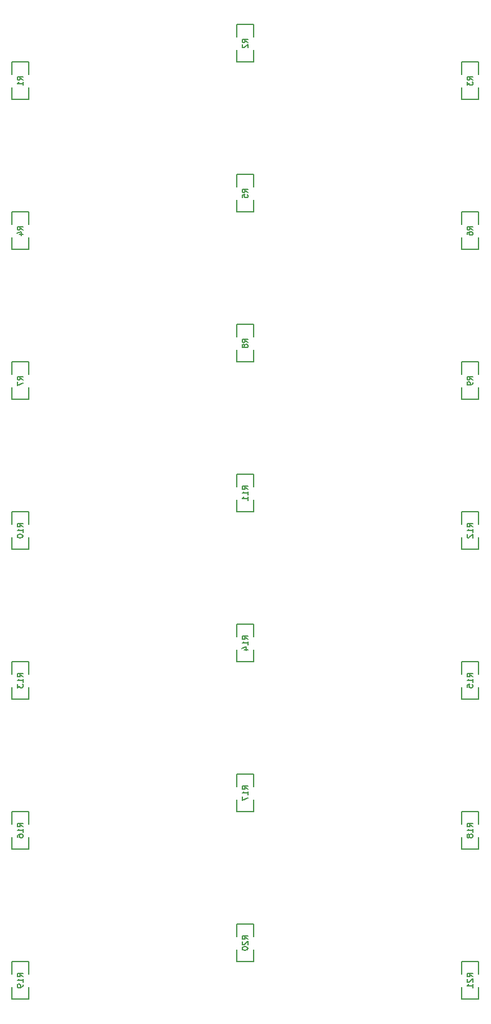
<source format=gbo>
G04 (created by PCBNEW (2013-june-11)-stable) date Thu 26 Dec 2013 21:04:28 CET*
%MOIN*%
G04 Gerber Fmt 3.4, Leading zero omitted, Abs format*
%FSLAX34Y34*%
G01*
G70*
G90*
G04 APERTURE LIST*
%ADD10C,0.006*%
%ADD11C,0.005*%
G04 APERTURE END LIST*
G54D10*
G54D11*
X31050Y-58000D02*
X31950Y-58000D01*
X31950Y-58000D02*
X31950Y-58650D01*
X31050Y-59350D02*
X31050Y-60000D01*
X31050Y-60000D02*
X31950Y-60000D01*
X31950Y-60000D02*
X31950Y-59350D01*
X31050Y-58650D02*
X31050Y-58000D01*
X43950Y-42000D02*
X43050Y-42000D01*
X43050Y-42000D02*
X43050Y-41350D01*
X43950Y-40650D02*
X43950Y-40000D01*
X43950Y-40000D02*
X43050Y-40000D01*
X43050Y-40000D02*
X43050Y-40650D01*
X43950Y-41350D02*
X43950Y-42000D01*
X31050Y-50000D02*
X31950Y-50000D01*
X31950Y-50000D02*
X31950Y-50650D01*
X31050Y-51350D02*
X31050Y-52000D01*
X31050Y-52000D02*
X31950Y-52000D01*
X31950Y-52000D02*
X31950Y-51350D01*
X31050Y-50650D02*
X31050Y-50000D01*
X43950Y-50000D02*
X43050Y-50000D01*
X43050Y-50000D02*
X43050Y-49350D01*
X43950Y-48650D02*
X43950Y-48000D01*
X43950Y-48000D02*
X43050Y-48000D01*
X43050Y-48000D02*
X43050Y-48650D01*
X43950Y-49350D02*
X43950Y-50000D01*
X55050Y-50000D02*
X55950Y-50000D01*
X55950Y-50000D02*
X55950Y-50650D01*
X55050Y-51350D02*
X55050Y-52000D01*
X55050Y-52000D02*
X55950Y-52000D01*
X55950Y-52000D02*
X55950Y-51350D01*
X55050Y-50650D02*
X55050Y-50000D01*
X55050Y-74000D02*
X55950Y-74000D01*
X55950Y-74000D02*
X55950Y-74650D01*
X55050Y-75350D02*
X55050Y-76000D01*
X55050Y-76000D02*
X55950Y-76000D01*
X55950Y-76000D02*
X55950Y-75350D01*
X55050Y-74650D02*
X55050Y-74000D01*
X55050Y-42000D02*
X55950Y-42000D01*
X55950Y-42000D02*
X55950Y-42650D01*
X55050Y-43350D02*
X55050Y-44000D01*
X55050Y-44000D02*
X55950Y-44000D01*
X55950Y-44000D02*
X55950Y-43350D01*
X55050Y-42650D02*
X55050Y-42000D01*
X43950Y-58000D02*
X43050Y-58000D01*
X43050Y-58000D02*
X43050Y-57350D01*
X43950Y-56650D02*
X43950Y-56000D01*
X43950Y-56000D02*
X43050Y-56000D01*
X43050Y-56000D02*
X43050Y-56650D01*
X43950Y-57350D02*
X43950Y-58000D01*
X43950Y-74000D02*
X43050Y-74000D01*
X43050Y-74000D02*
X43050Y-73350D01*
X43950Y-72650D02*
X43950Y-72000D01*
X43950Y-72000D02*
X43050Y-72000D01*
X43050Y-72000D02*
X43050Y-72650D01*
X43950Y-73350D02*
X43950Y-74000D01*
X55050Y-58000D02*
X55950Y-58000D01*
X55950Y-58000D02*
X55950Y-58650D01*
X55050Y-59350D02*
X55050Y-60000D01*
X55050Y-60000D02*
X55950Y-60000D01*
X55950Y-60000D02*
X55950Y-59350D01*
X55050Y-58650D02*
X55050Y-58000D01*
X31050Y-74000D02*
X31950Y-74000D01*
X31950Y-74000D02*
X31950Y-74650D01*
X31050Y-75350D02*
X31050Y-76000D01*
X31050Y-76000D02*
X31950Y-76000D01*
X31950Y-76000D02*
X31950Y-75350D01*
X31050Y-74650D02*
X31050Y-74000D01*
X31050Y-66000D02*
X31950Y-66000D01*
X31950Y-66000D02*
X31950Y-66650D01*
X31050Y-67350D02*
X31050Y-68000D01*
X31050Y-68000D02*
X31950Y-68000D01*
X31950Y-68000D02*
X31950Y-67350D01*
X31050Y-66650D02*
X31050Y-66000D01*
X43950Y-66000D02*
X43050Y-66000D01*
X43050Y-66000D02*
X43050Y-65350D01*
X43950Y-64650D02*
X43950Y-64000D01*
X43950Y-64000D02*
X43050Y-64000D01*
X43050Y-64000D02*
X43050Y-64650D01*
X43950Y-65350D02*
X43950Y-66000D01*
X55050Y-66000D02*
X55950Y-66000D01*
X55950Y-66000D02*
X55950Y-66650D01*
X55050Y-67350D02*
X55050Y-68000D01*
X55050Y-68000D02*
X55950Y-68000D01*
X55950Y-68000D02*
X55950Y-67350D01*
X55050Y-66650D02*
X55050Y-66000D01*
X31050Y-34000D02*
X31950Y-34000D01*
X31950Y-34000D02*
X31950Y-34650D01*
X31050Y-35350D02*
X31050Y-36000D01*
X31050Y-36000D02*
X31950Y-36000D01*
X31950Y-36000D02*
X31950Y-35350D01*
X31050Y-34650D02*
X31050Y-34000D01*
X31050Y-26000D02*
X31950Y-26000D01*
X31950Y-26000D02*
X31950Y-26650D01*
X31050Y-27350D02*
X31050Y-28000D01*
X31050Y-28000D02*
X31950Y-28000D01*
X31950Y-28000D02*
X31950Y-27350D01*
X31050Y-26650D02*
X31050Y-26000D01*
X43950Y-26000D02*
X43050Y-26000D01*
X43050Y-26000D02*
X43050Y-25350D01*
X43950Y-24650D02*
X43950Y-24000D01*
X43950Y-24000D02*
X43050Y-24000D01*
X43050Y-24000D02*
X43050Y-24650D01*
X43950Y-25350D02*
X43950Y-26000D01*
X55050Y-26000D02*
X55950Y-26000D01*
X55950Y-26000D02*
X55950Y-26650D01*
X55050Y-27350D02*
X55050Y-28000D01*
X55050Y-28000D02*
X55950Y-28000D01*
X55950Y-28000D02*
X55950Y-27350D01*
X55050Y-26650D02*
X55050Y-26000D01*
X43950Y-34000D02*
X43050Y-34000D01*
X43050Y-34000D02*
X43050Y-33350D01*
X43950Y-32650D02*
X43950Y-32000D01*
X43950Y-32000D02*
X43050Y-32000D01*
X43050Y-32000D02*
X43050Y-32650D01*
X43950Y-33350D02*
X43950Y-34000D01*
X31050Y-42000D02*
X31950Y-42000D01*
X31950Y-42000D02*
X31950Y-42650D01*
X31050Y-43350D02*
X31050Y-44000D01*
X31050Y-44000D02*
X31950Y-44000D01*
X31950Y-44000D02*
X31950Y-43350D01*
X31050Y-42650D02*
X31050Y-42000D01*
X55050Y-34000D02*
X55950Y-34000D01*
X55950Y-34000D02*
X55950Y-34650D01*
X55050Y-35350D02*
X55050Y-36000D01*
X55050Y-36000D02*
X55950Y-36000D01*
X55950Y-36000D02*
X55950Y-35350D01*
X55050Y-34650D02*
X55050Y-34000D01*
X31621Y-58807D02*
X31478Y-58707D01*
X31621Y-58635D02*
X31321Y-58635D01*
X31321Y-58750D01*
X31335Y-58778D01*
X31350Y-58792D01*
X31378Y-58807D01*
X31421Y-58807D01*
X31450Y-58792D01*
X31464Y-58778D01*
X31478Y-58750D01*
X31478Y-58635D01*
X31621Y-59092D02*
X31621Y-58921D01*
X31621Y-59007D02*
X31321Y-59007D01*
X31364Y-58978D01*
X31392Y-58950D01*
X31407Y-58921D01*
X31321Y-59192D02*
X31321Y-59378D01*
X31435Y-59278D01*
X31435Y-59321D01*
X31450Y-59350D01*
X31464Y-59364D01*
X31492Y-59378D01*
X31564Y-59378D01*
X31592Y-59364D01*
X31607Y-59350D01*
X31621Y-59321D01*
X31621Y-59235D01*
X31607Y-59207D01*
X31592Y-59192D01*
X43621Y-40950D02*
X43478Y-40850D01*
X43621Y-40778D02*
X43321Y-40778D01*
X43321Y-40892D01*
X43335Y-40921D01*
X43350Y-40935D01*
X43378Y-40950D01*
X43421Y-40950D01*
X43450Y-40935D01*
X43464Y-40921D01*
X43478Y-40892D01*
X43478Y-40778D01*
X43450Y-41121D02*
X43435Y-41092D01*
X43421Y-41078D01*
X43392Y-41064D01*
X43378Y-41064D01*
X43350Y-41078D01*
X43335Y-41092D01*
X43321Y-41121D01*
X43321Y-41178D01*
X43335Y-41207D01*
X43350Y-41221D01*
X43378Y-41235D01*
X43392Y-41235D01*
X43421Y-41221D01*
X43435Y-41207D01*
X43450Y-41178D01*
X43450Y-41121D01*
X43464Y-41092D01*
X43478Y-41078D01*
X43507Y-41064D01*
X43564Y-41064D01*
X43592Y-41078D01*
X43607Y-41092D01*
X43621Y-41121D01*
X43621Y-41178D01*
X43607Y-41207D01*
X43592Y-41221D01*
X43564Y-41235D01*
X43507Y-41235D01*
X43478Y-41221D01*
X43464Y-41207D01*
X43450Y-41178D01*
X31621Y-50807D02*
X31478Y-50707D01*
X31621Y-50635D02*
X31321Y-50635D01*
X31321Y-50750D01*
X31335Y-50778D01*
X31350Y-50792D01*
X31378Y-50807D01*
X31421Y-50807D01*
X31450Y-50792D01*
X31464Y-50778D01*
X31478Y-50750D01*
X31478Y-50635D01*
X31621Y-51092D02*
X31621Y-50921D01*
X31621Y-51007D02*
X31321Y-51007D01*
X31364Y-50978D01*
X31392Y-50950D01*
X31407Y-50921D01*
X31321Y-51278D02*
X31321Y-51307D01*
X31335Y-51335D01*
X31350Y-51350D01*
X31378Y-51364D01*
X31435Y-51378D01*
X31507Y-51378D01*
X31564Y-51364D01*
X31592Y-51350D01*
X31607Y-51335D01*
X31621Y-51307D01*
X31621Y-51278D01*
X31607Y-51250D01*
X31592Y-51235D01*
X31564Y-51221D01*
X31507Y-51207D01*
X31435Y-51207D01*
X31378Y-51221D01*
X31350Y-51235D01*
X31335Y-51250D01*
X31321Y-51278D01*
X43621Y-48807D02*
X43478Y-48707D01*
X43621Y-48635D02*
X43321Y-48635D01*
X43321Y-48750D01*
X43335Y-48778D01*
X43350Y-48792D01*
X43378Y-48807D01*
X43421Y-48807D01*
X43450Y-48792D01*
X43464Y-48778D01*
X43478Y-48750D01*
X43478Y-48635D01*
X43621Y-49092D02*
X43621Y-48921D01*
X43621Y-49007D02*
X43321Y-49007D01*
X43364Y-48978D01*
X43392Y-48950D01*
X43407Y-48921D01*
X43621Y-49378D02*
X43621Y-49207D01*
X43621Y-49292D02*
X43321Y-49292D01*
X43364Y-49264D01*
X43392Y-49235D01*
X43407Y-49207D01*
X55621Y-50807D02*
X55478Y-50707D01*
X55621Y-50635D02*
X55321Y-50635D01*
X55321Y-50750D01*
X55335Y-50778D01*
X55350Y-50792D01*
X55378Y-50807D01*
X55421Y-50807D01*
X55450Y-50792D01*
X55464Y-50778D01*
X55478Y-50750D01*
X55478Y-50635D01*
X55621Y-51092D02*
X55621Y-50921D01*
X55621Y-51007D02*
X55321Y-51007D01*
X55364Y-50978D01*
X55392Y-50950D01*
X55407Y-50921D01*
X55350Y-51207D02*
X55335Y-51221D01*
X55321Y-51250D01*
X55321Y-51321D01*
X55335Y-51350D01*
X55350Y-51364D01*
X55378Y-51378D01*
X55407Y-51378D01*
X55450Y-51364D01*
X55621Y-51192D01*
X55621Y-51378D01*
X55621Y-74807D02*
X55478Y-74707D01*
X55621Y-74635D02*
X55321Y-74635D01*
X55321Y-74750D01*
X55335Y-74778D01*
X55350Y-74792D01*
X55378Y-74807D01*
X55421Y-74807D01*
X55450Y-74792D01*
X55464Y-74778D01*
X55478Y-74750D01*
X55478Y-74635D01*
X55350Y-74921D02*
X55335Y-74935D01*
X55321Y-74964D01*
X55321Y-75035D01*
X55335Y-75064D01*
X55350Y-75078D01*
X55378Y-75092D01*
X55407Y-75092D01*
X55450Y-75078D01*
X55621Y-74907D01*
X55621Y-75092D01*
X55621Y-75378D02*
X55621Y-75207D01*
X55621Y-75292D02*
X55321Y-75292D01*
X55364Y-75264D01*
X55392Y-75235D01*
X55407Y-75207D01*
X55621Y-42950D02*
X55478Y-42850D01*
X55621Y-42778D02*
X55321Y-42778D01*
X55321Y-42892D01*
X55335Y-42921D01*
X55350Y-42935D01*
X55378Y-42950D01*
X55421Y-42950D01*
X55450Y-42935D01*
X55464Y-42921D01*
X55478Y-42892D01*
X55478Y-42778D01*
X55621Y-43092D02*
X55621Y-43150D01*
X55607Y-43178D01*
X55592Y-43192D01*
X55550Y-43221D01*
X55492Y-43235D01*
X55378Y-43235D01*
X55350Y-43221D01*
X55335Y-43207D01*
X55321Y-43178D01*
X55321Y-43121D01*
X55335Y-43092D01*
X55350Y-43078D01*
X55378Y-43064D01*
X55450Y-43064D01*
X55478Y-43078D01*
X55492Y-43092D01*
X55507Y-43121D01*
X55507Y-43178D01*
X55492Y-43207D01*
X55478Y-43221D01*
X55450Y-43235D01*
X43621Y-56807D02*
X43478Y-56707D01*
X43621Y-56635D02*
X43321Y-56635D01*
X43321Y-56750D01*
X43335Y-56778D01*
X43350Y-56792D01*
X43378Y-56807D01*
X43421Y-56807D01*
X43450Y-56792D01*
X43464Y-56778D01*
X43478Y-56750D01*
X43478Y-56635D01*
X43621Y-57092D02*
X43621Y-56921D01*
X43621Y-57007D02*
X43321Y-57007D01*
X43364Y-56978D01*
X43392Y-56950D01*
X43407Y-56921D01*
X43421Y-57350D02*
X43621Y-57350D01*
X43307Y-57278D02*
X43521Y-57207D01*
X43521Y-57392D01*
X43621Y-72807D02*
X43478Y-72707D01*
X43621Y-72635D02*
X43321Y-72635D01*
X43321Y-72750D01*
X43335Y-72778D01*
X43350Y-72792D01*
X43378Y-72807D01*
X43421Y-72807D01*
X43450Y-72792D01*
X43464Y-72778D01*
X43478Y-72750D01*
X43478Y-72635D01*
X43350Y-72921D02*
X43335Y-72935D01*
X43321Y-72964D01*
X43321Y-73035D01*
X43335Y-73064D01*
X43350Y-73078D01*
X43378Y-73092D01*
X43407Y-73092D01*
X43450Y-73078D01*
X43621Y-72907D01*
X43621Y-73092D01*
X43321Y-73278D02*
X43321Y-73307D01*
X43335Y-73335D01*
X43350Y-73350D01*
X43378Y-73364D01*
X43435Y-73378D01*
X43507Y-73378D01*
X43564Y-73364D01*
X43592Y-73350D01*
X43607Y-73335D01*
X43621Y-73307D01*
X43621Y-73278D01*
X43607Y-73250D01*
X43592Y-73235D01*
X43564Y-73221D01*
X43507Y-73207D01*
X43435Y-73207D01*
X43378Y-73221D01*
X43350Y-73235D01*
X43335Y-73250D01*
X43321Y-73278D01*
X55621Y-58807D02*
X55478Y-58707D01*
X55621Y-58635D02*
X55321Y-58635D01*
X55321Y-58750D01*
X55335Y-58778D01*
X55350Y-58792D01*
X55378Y-58807D01*
X55421Y-58807D01*
X55450Y-58792D01*
X55464Y-58778D01*
X55478Y-58750D01*
X55478Y-58635D01*
X55621Y-59092D02*
X55621Y-58921D01*
X55621Y-59007D02*
X55321Y-59007D01*
X55364Y-58978D01*
X55392Y-58950D01*
X55407Y-58921D01*
X55321Y-59364D02*
X55321Y-59221D01*
X55464Y-59207D01*
X55450Y-59221D01*
X55435Y-59250D01*
X55435Y-59321D01*
X55450Y-59350D01*
X55464Y-59364D01*
X55492Y-59378D01*
X55564Y-59378D01*
X55592Y-59364D01*
X55607Y-59350D01*
X55621Y-59321D01*
X55621Y-59250D01*
X55607Y-59221D01*
X55592Y-59207D01*
X31621Y-74807D02*
X31478Y-74707D01*
X31621Y-74635D02*
X31321Y-74635D01*
X31321Y-74750D01*
X31335Y-74778D01*
X31350Y-74792D01*
X31378Y-74807D01*
X31421Y-74807D01*
X31450Y-74792D01*
X31464Y-74778D01*
X31478Y-74750D01*
X31478Y-74635D01*
X31621Y-75092D02*
X31621Y-74921D01*
X31621Y-75007D02*
X31321Y-75007D01*
X31364Y-74978D01*
X31392Y-74950D01*
X31407Y-74921D01*
X31621Y-75235D02*
X31621Y-75292D01*
X31607Y-75321D01*
X31592Y-75335D01*
X31550Y-75364D01*
X31492Y-75378D01*
X31378Y-75378D01*
X31350Y-75364D01*
X31335Y-75350D01*
X31321Y-75321D01*
X31321Y-75264D01*
X31335Y-75235D01*
X31350Y-75221D01*
X31378Y-75207D01*
X31450Y-75207D01*
X31478Y-75221D01*
X31492Y-75235D01*
X31507Y-75264D01*
X31507Y-75321D01*
X31492Y-75350D01*
X31478Y-75364D01*
X31450Y-75378D01*
X31621Y-66807D02*
X31478Y-66707D01*
X31621Y-66635D02*
X31321Y-66635D01*
X31321Y-66750D01*
X31335Y-66778D01*
X31350Y-66792D01*
X31378Y-66807D01*
X31421Y-66807D01*
X31450Y-66792D01*
X31464Y-66778D01*
X31478Y-66750D01*
X31478Y-66635D01*
X31621Y-67092D02*
X31621Y-66921D01*
X31621Y-67007D02*
X31321Y-67007D01*
X31364Y-66978D01*
X31392Y-66950D01*
X31407Y-66921D01*
X31321Y-67350D02*
X31321Y-67292D01*
X31335Y-67264D01*
X31350Y-67250D01*
X31392Y-67221D01*
X31450Y-67207D01*
X31564Y-67207D01*
X31592Y-67221D01*
X31607Y-67235D01*
X31621Y-67264D01*
X31621Y-67321D01*
X31607Y-67350D01*
X31592Y-67364D01*
X31564Y-67378D01*
X31492Y-67378D01*
X31464Y-67364D01*
X31450Y-67350D01*
X31435Y-67321D01*
X31435Y-67264D01*
X31450Y-67235D01*
X31464Y-67221D01*
X31492Y-67207D01*
X43621Y-64807D02*
X43478Y-64707D01*
X43621Y-64635D02*
X43321Y-64635D01*
X43321Y-64750D01*
X43335Y-64778D01*
X43350Y-64792D01*
X43378Y-64807D01*
X43421Y-64807D01*
X43450Y-64792D01*
X43464Y-64778D01*
X43478Y-64750D01*
X43478Y-64635D01*
X43621Y-65092D02*
X43621Y-64921D01*
X43621Y-65007D02*
X43321Y-65007D01*
X43364Y-64978D01*
X43392Y-64950D01*
X43407Y-64921D01*
X43321Y-65192D02*
X43321Y-65392D01*
X43621Y-65264D01*
X55621Y-66807D02*
X55478Y-66707D01*
X55621Y-66635D02*
X55321Y-66635D01*
X55321Y-66750D01*
X55335Y-66778D01*
X55350Y-66792D01*
X55378Y-66807D01*
X55421Y-66807D01*
X55450Y-66792D01*
X55464Y-66778D01*
X55478Y-66750D01*
X55478Y-66635D01*
X55621Y-67092D02*
X55621Y-66921D01*
X55621Y-67007D02*
X55321Y-67007D01*
X55364Y-66978D01*
X55392Y-66950D01*
X55407Y-66921D01*
X55450Y-67264D02*
X55435Y-67235D01*
X55421Y-67221D01*
X55392Y-67207D01*
X55378Y-67207D01*
X55350Y-67221D01*
X55335Y-67235D01*
X55321Y-67264D01*
X55321Y-67321D01*
X55335Y-67350D01*
X55350Y-67364D01*
X55378Y-67378D01*
X55392Y-67378D01*
X55421Y-67364D01*
X55435Y-67350D01*
X55450Y-67321D01*
X55450Y-67264D01*
X55464Y-67235D01*
X55478Y-67221D01*
X55507Y-67207D01*
X55564Y-67207D01*
X55592Y-67221D01*
X55607Y-67235D01*
X55621Y-67264D01*
X55621Y-67321D01*
X55607Y-67350D01*
X55592Y-67364D01*
X55564Y-67378D01*
X55507Y-67378D01*
X55478Y-67364D01*
X55464Y-67350D01*
X55450Y-67321D01*
X31621Y-34950D02*
X31478Y-34850D01*
X31621Y-34778D02*
X31321Y-34778D01*
X31321Y-34892D01*
X31335Y-34921D01*
X31350Y-34935D01*
X31378Y-34950D01*
X31421Y-34950D01*
X31450Y-34935D01*
X31464Y-34921D01*
X31478Y-34892D01*
X31478Y-34778D01*
X31421Y-35207D02*
X31621Y-35207D01*
X31307Y-35135D02*
X31521Y-35064D01*
X31521Y-35250D01*
X31621Y-26950D02*
X31478Y-26850D01*
X31621Y-26778D02*
X31321Y-26778D01*
X31321Y-26892D01*
X31335Y-26921D01*
X31350Y-26935D01*
X31378Y-26950D01*
X31421Y-26950D01*
X31450Y-26935D01*
X31464Y-26921D01*
X31478Y-26892D01*
X31478Y-26778D01*
X31621Y-27235D02*
X31621Y-27064D01*
X31621Y-27150D02*
X31321Y-27150D01*
X31364Y-27121D01*
X31392Y-27092D01*
X31407Y-27064D01*
X43621Y-24950D02*
X43478Y-24850D01*
X43621Y-24778D02*
X43321Y-24778D01*
X43321Y-24892D01*
X43335Y-24921D01*
X43350Y-24935D01*
X43378Y-24950D01*
X43421Y-24950D01*
X43450Y-24935D01*
X43464Y-24921D01*
X43478Y-24892D01*
X43478Y-24778D01*
X43350Y-25064D02*
X43335Y-25078D01*
X43321Y-25107D01*
X43321Y-25178D01*
X43335Y-25207D01*
X43350Y-25221D01*
X43378Y-25235D01*
X43407Y-25235D01*
X43450Y-25221D01*
X43621Y-25050D01*
X43621Y-25235D01*
X55621Y-26950D02*
X55478Y-26850D01*
X55621Y-26778D02*
X55321Y-26778D01*
X55321Y-26892D01*
X55335Y-26921D01*
X55350Y-26935D01*
X55378Y-26950D01*
X55421Y-26950D01*
X55450Y-26935D01*
X55464Y-26921D01*
X55478Y-26892D01*
X55478Y-26778D01*
X55321Y-27050D02*
X55321Y-27235D01*
X55435Y-27135D01*
X55435Y-27178D01*
X55450Y-27207D01*
X55464Y-27221D01*
X55492Y-27235D01*
X55564Y-27235D01*
X55592Y-27221D01*
X55607Y-27207D01*
X55621Y-27178D01*
X55621Y-27092D01*
X55607Y-27064D01*
X55592Y-27050D01*
X43621Y-32950D02*
X43478Y-32850D01*
X43621Y-32778D02*
X43321Y-32778D01*
X43321Y-32892D01*
X43335Y-32921D01*
X43350Y-32935D01*
X43378Y-32950D01*
X43421Y-32950D01*
X43450Y-32935D01*
X43464Y-32921D01*
X43478Y-32892D01*
X43478Y-32778D01*
X43321Y-33221D02*
X43321Y-33078D01*
X43464Y-33064D01*
X43450Y-33078D01*
X43435Y-33107D01*
X43435Y-33178D01*
X43450Y-33207D01*
X43464Y-33221D01*
X43492Y-33235D01*
X43564Y-33235D01*
X43592Y-33221D01*
X43607Y-33207D01*
X43621Y-33178D01*
X43621Y-33107D01*
X43607Y-33078D01*
X43592Y-33064D01*
X31621Y-42950D02*
X31478Y-42850D01*
X31621Y-42778D02*
X31321Y-42778D01*
X31321Y-42892D01*
X31335Y-42921D01*
X31350Y-42935D01*
X31378Y-42950D01*
X31421Y-42950D01*
X31450Y-42935D01*
X31464Y-42921D01*
X31478Y-42892D01*
X31478Y-42778D01*
X31321Y-43050D02*
X31321Y-43250D01*
X31621Y-43121D01*
X55621Y-34950D02*
X55478Y-34850D01*
X55621Y-34778D02*
X55321Y-34778D01*
X55321Y-34892D01*
X55335Y-34921D01*
X55350Y-34935D01*
X55378Y-34950D01*
X55421Y-34950D01*
X55450Y-34935D01*
X55464Y-34921D01*
X55478Y-34892D01*
X55478Y-34778D01*
X55321Y-35207D02*
X55321Y-35150D01*
X55335Y-35121D01*
X55350Y-35107D01*
X55392Y-35078D01*
X55450Y-35064D01*
X55564Y-35064D01*
X55592Y-35078D01*
X55607Y-35092D01*
X55621Y-35121D01*
X55621Y-35178D01*
X55607Y-35207D01*
X55592Y-35221D01*
X55564Y-35235D01*
X55492Y-35235D01*
X55464Y-35221D01*
X55450Y-35207D01*
X55435Y-35178D01*
X55435Y-35121D01*
X55450Y-35092D01*
X55464Y-35078D01*
X55492Y-35064D01*
M02*

</source>
